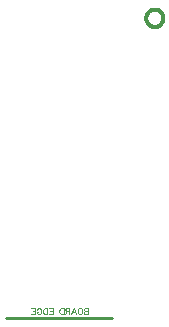
<source format=gbr>
G04 DipTrace 2.4.0.2*
%INBottomAssy.gbr*%
%MOMM*%
%ADD10C,0.25*%
%ADD12C,0.076*%
%ADD16C,0.3*%
%FSLAX53Y53*%
G04*
G71*
G90*
G75*
G01*
%LNBotAssy*%
%LPD*%
X50580Y9910D2*
D10*
X41580D1*
X53491Y35261D2*
D16*
X53493Y35312D1*
X53498Y35364D1*
X53507Y35414D1*
X53519Y35464D1*
X53535Y35513D1*
X53554Y35561D1*
X53577Y35607D1*
X53602Y35652D1*
X53631Y35694D1*
X53662Y35735D1*
X53697Y35773D1*
X53733Y35809D1*
X53773Y35842D1*
X53814Y35872D1*
X53857Y35899D1*
X53902Y35923D1*
X53949Y35944D1*
X53997Y35962D1*
X54046Y35976D1*
X54096Y35987D1*
X54147Y35994D1*
X54198Y35998D1*
X54249D1*
X54300Y35994D1*
X54351Y35987D1*
X54401Y35976D1*
X54450Y35962D1*
X54498Y35944D1*
X54545Y35923D1*
X54590Y35899D1*
X54633Y35872D1*
X54675Y35842D1*
X54714Y35809D1*
X54751Y35773D1*
X54785Y35735D1*
X54816Y35694D1*
X54845Y35652D1*
X54870Y35607D1*
X54893Y35561D1*
X54912Y35513D1*
X54928Y35464D1*
X54940Y35414D1*
X54949Y35364D1*
X54954Y35312D1*
X54956Y35261D1*
X54954Y35210D1*
X54949Y35158D1*
X54940Y35108D1*
X54928Y35058D1*
X54912Y35009D1*
X54893Y34961D1*
X54870Y34915D1*
X54845Y34871D1*
X54816Y34828D1*
X54785Y34787D1*
X54751Y34749D1*
X54714Y34713D1*
X54675Y34680D1*
X54633Y34650D1*
X54590Y34623D1*
X54545Y34599D1*
X54498Y34578D1*
X54450Y34560D1*
X54401Y34546D1*
X54351Y34535D1*
X54300Y34528D1*
X54249Y34525D1*
X54198D1*
X54147Y34528D1*
X54096Y34535D1*
X54046Y34546D1*
X53997Y34560D1*
X53949Y34578D1*
X53902Y34599D1*
X53857Y34623D1*
X53814Y34650D1*
X53773Y34680D1*
X53733Y34713D1*
X53697Y34749D1*
X53662Y34787D1*
X53631Y34828D1*
X53602Y34871D1*
X53577Y34915D1*
X53554Y34961D1*
X53535Y35009D1*
X53519Y35058D1*
X53507Y35108D1*
X53498Y35158D1*
X53493Y35210D1*
X53491Y35261D1*
X45260Y10711D2*
D12*
X45576D1*
Y10201D1*
X45260D1*
X45576Y10468D2*
X45381D1*
X45103Y10711D2*
Y10201D1*
X44933D1*
X44860Y10226D1*
X44811Y10274D1*
X44787Y10323D1*
X44763Y10395D1*
Y10517D1*
X44787Y10590D1*
X44811Y10638D1*
X44860Y10687D1*
X44933Y10711D1*
X45103D1*
X44242Y10590D2*
X44266Y10638D1*
X44315Y10687D1*
X44363Y10711D1*
X44460D1*
X44509Y10687D1*
X44557Y10638D1*
X44582Y10590D1*
X44606Y10517D1*
Y10395D1*
X44582Y10323D1*
X44557Y10274D1*
X44509Y10226D1*
X44460Y10201D1*
X44363D1*
X44315Y10226D1*
X44266Y10274D1*
X44242Y10323D1*
Y10395D1*
X44363D1*
X43769Y10711D2*
X44085D1*
Y10201D1*
X43769D1*
X44085Y10468D2*
X43890D1*
X48576Y10722D2*
Y10211D1*
X48357D1*
X48284Y10236D1*
X48260Y10260D1*
X48236Y10309D1*
Y10382D1*
X48260Y10430D1*
X48284Y10455D1*
X48357Y10479D1*
X48284Y10503D1*
X48260Y10528D1*
X48236Y10576D1*
Y10625D1*
X48260Y10673D1*
X48284Y10698D1*
X48357Y10722D1*
X48576D1*
Y10479D2*
X48357D1*
X47933Y10722D2*
X47981Y10698D1*
X48030Y10649D1*
X48054Y10601D1*
X48079Y10528D1*
Y10406D1*
X48054Y10333D1*
X48030Y10284D1*
X47981Y10236D1*
X47933Y10211D1*
X47835D1*
X47787Y10236D1*
X47738Y10284D1*
X47714Y10333D1*
X47690Y10406D1*
Y10528D1*
X47714Y10601D1*
X47738Y10649D1*
X47787Y10698D1*
X47835Y10722D1*
X47933D1*
X47144Y10211D2*
X47339Y10722D1*
X47533Y10211D1*
X47460Y10382D2*
X47217D1*
X46987Y10479D2*
X46769D1*
X46696Y10503D1*
X46671Y10528D1*
X46647Y10576D1*
Y10625D1*
X46671Y10673D1*
X46696Y10698D1*
X46769Y10722D1*
X46987D1*
Y10211D1*
X46817Y10479D2*
X46647Y10211D1*
X46490Y10722D2*
Y10211D1*
X46320D1*
X46247Y10236D1*
X46198Y10284D1*
X46174Y10333D1*
X46150Y10406D1*
Y10528D1*
X46174Y10601D1*
X46198Y10649D1*
X46247Y10698D1*
X46320Y10722D1*
X46490D1*
M02*

</source>
